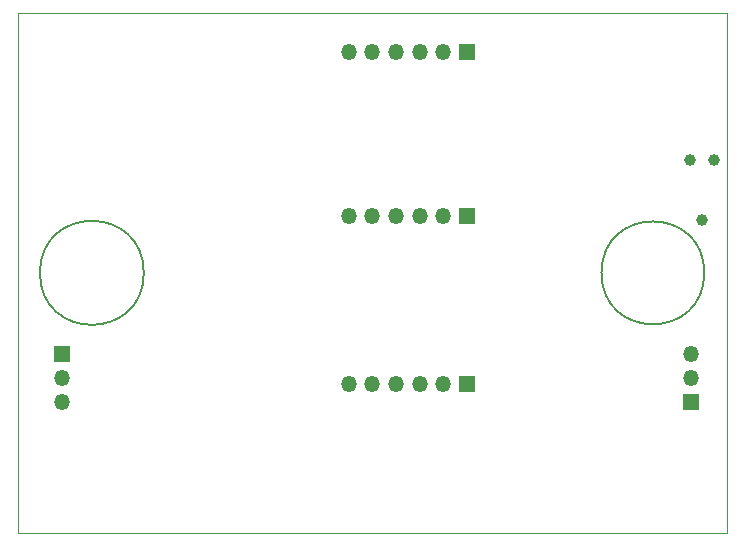
<source format=gbs>
G04 #@! TF.GenerationSoftware,KiCad,Pcbnew,5.1.4+dfsg1-1*
G04 #@! TF.CreationDate,2019-12-21T13:49:23+01:00*
G04 #@! TF.ProjectId,STM32G431,53544d33-3247-4343-9331-2e6b69636164,rev?*
G04 #@! TF.SameCoordinates,Original*
G04 #@! TF.FileFunction,Soldermask,Bot*
G04 #@! TF.FilePolarity,Negative*
%FSLAX46Y46*%
G04 Gerber Fmt 4.6, Leading zero omitted, Abs format (unit mm)*
G04 Created by KiCad (PCBNEW 5.1.4+dfsg1-1) date 2019-12-21 13:49:23*
%MOMM*%
%LPD*%
G04 APERTURE LIST*
%ADD10C,0.150000*%
%ADD11C,0.050000*%
%ADD12O,1.350000X1.350000*%
%ADD13R,1.350000X1.350000*%
%ADD14C,0.985520*%
%ADD15C,0.988060*%
G04 APERTURE END LIST*
D10*
X30650284Y-45000000D02*
G75*
G03X30650284Y-45000000I-4400284J0D01*
G01*
X78104595Y-45000000D02*
G75*
G03X78104595Y-45000000I-4354595J0D01*
G01*
D11*
X20000000Y-23000000D02*
X80000000Y-23000000D01*
X20000000Y-67000000D02*
X20000000Y-23000000D01*
X80000000Y-67000000D02*
X20000000Y-67000000D01*
X80000000Y-23000000D02*
X80000000Y-67000000D01*
D12*
X48000000Y-40200000D03*
X50000000Y-40200000D03*
X52000000Y-40200000D03*
X54000000Y-40200000D03*
X56000000Y-40200000D03*
D13*
X58000000Y-40200000D03*
D12*
X48000000Y-54420000D03*
X50000000Y-54420000D03*
X52000000Y-54420000D03*
X54000000Y-54420000D03*
X56000000Y-54420000D03*
D13*
X58000000Y-54420000D03*
D12*
X48000000Y-26280000D03*
X50000000Y-26280000D03*
X52000000Y-26280000D03*
X54000000Y-26280000D03*
X56000000Y-26280000D03*
D13*
X58000000Y-26280000D03*
D14*
X78966000Y-35440000D03*
X76934000Y-35440000D03*
D15*
X77950000Y-40520000D03*
D13*
X23750000Y-51910000D03*
D12*
X23750000Y-53910000D03*
X23750000Y-55910000D03*
D13*
X77000000Y-55910000D03*
D12*
X77000000Y-53910000D03*
X77000000Y-51910000D03*
M02*

</source>
